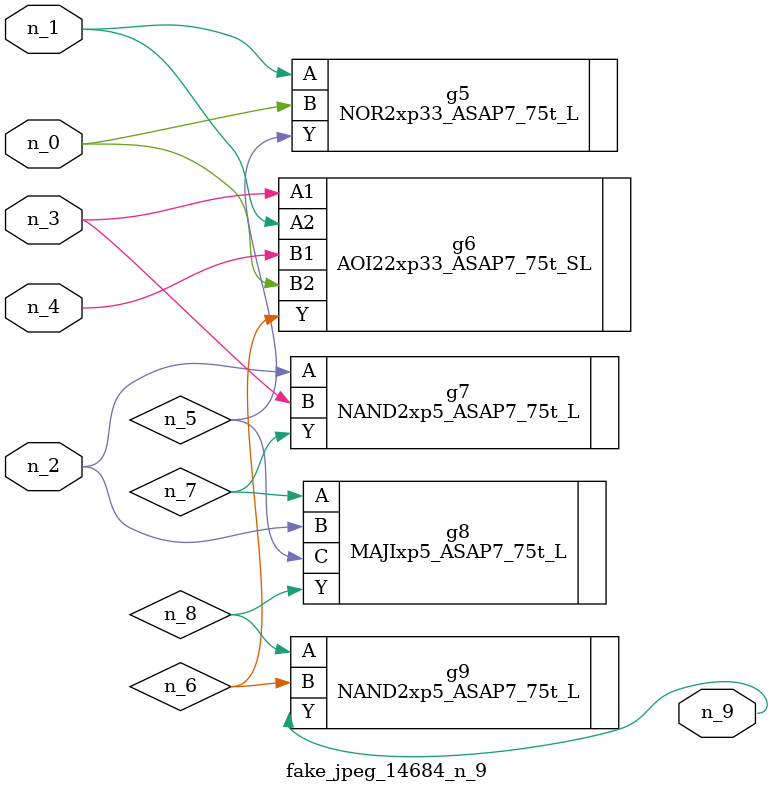
<source format=v>
module fake_jpeg_14684_n_9 (n_3, n_2, n_1, n_0, n_4, n_9);

input n_3;
input n_2;
input n_1;
input n_0;
input n_4;

output n_9;

wire n_8;
wire n_6;
wire n_5;
wire n_7;

NOR2xp33_ASAP7_75t_L g5 ( 
.A(n_1),
.B(n_0),
.Y(n_5)
);

AOI22xp33_ASAP7_75t_SL g6 ( 
.A1(n_3),
.A2(n_1),
.B1(n_4),
.B2(n_0),
.Y(n_6)
);

NAND2xp5_ASAP7_75t_L g7 ( 
.A(n_2),
.B(n_3),
.Y(n_7)
);

MAJIxp5_ASAP7_75t_L g8 ( 
.A(n_7),
.B(n_2),
.C(n_5),
.Y(n_8)
);

NAND2xp5_ASAP7_75t_L g9 ( 
.A(n_8),
.B(n_6),
.Y(n_9)
);


endmodule
</source>
